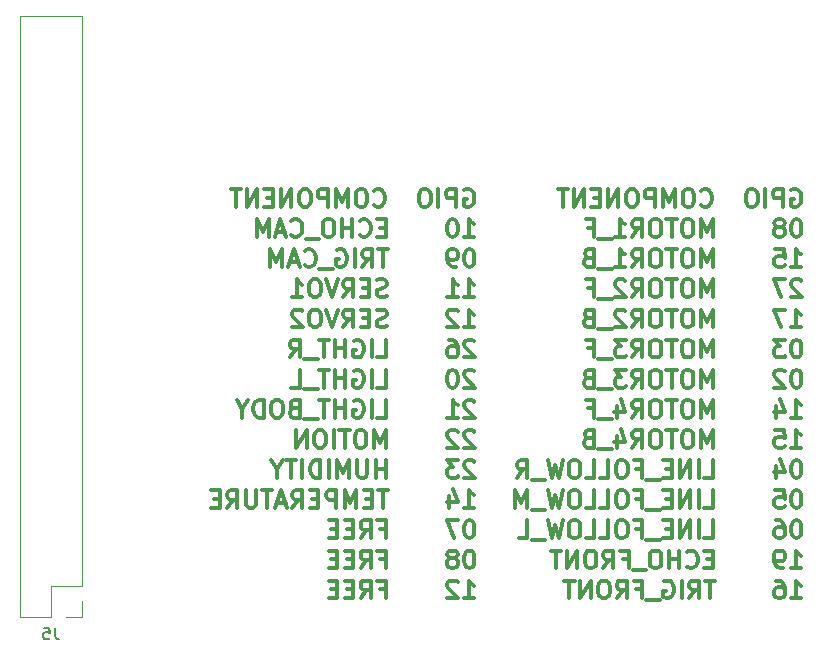
<source format=gbr>
G04 #@! TF.GenerationSoftware,KiCad,Pcbnew,5.1.5+dfsg1-2build2*
G04 #@! TF.CreationDate,2020-06-26T22:01:47+02:00*
G04 #@! TF.ProjectId,robo-car,726f626f-2d63-4617-922e-6b696361645f,rev?*
G04 #@! TF.SameCoordinates,Original*
G04 #@! TF.FileFunction,Legend,Bot*
G04 #@! TF.FilePolarity,Positive*
%FSLAX46Y46*%
G04 Gerber Fmt 4.6, Leading zero omitted, Abs format (unit mm)*
G04 Created by KiCad (PCBNEW 5.1.5+dfsg1-2build2) date 2020-06-26 22:01:47*
%MOMM*%
%LPD*%
G04 APERTURE LIST*
%ADD10C,0.300000*%
%ADD11C,0.120000*%
%ADD12C,0.150000*%
G04 APERTURE END LIST*
D10*
X51494142Y-21791000D02*
X51637000Y-21719571D01*
X51851285Y-21719571D01*
X52065571Y-21791000D01*
X52208428Y-21933857D01*
X52279857Y-22076714D01*
X52351285Y-22362428D01*
X52351285Y-22576714D01*
X52279857Y-22862428D01*
X52208428Y-23005285D01*
X52065571Y-23148142D01*
X51851285Y-23219571D01*
X51708428Y-23219571D01*
X51494142Y-23148142D01*
X51422714Y-23076714D01*
X51422714Y-22576714D01*
X51708428Y-22576714D01*
X50779857Y-23219571D02*
X50779857Y-21719571D01*
X50208428Y-21719571D01*
X50065571Y-21791000D01*
X49994142Y-21862428D01*
X49922714Y-22005285D01*
X49922714Y-22219571D01*
X49994142Y-22362428D01*
X50065571Y-22433857D01*
X50208428Y-22505285D01*
X50779857Y-22505285D01*
X49279857Y-23219571D02*
X49279857Y-21719571D01*
X48279857Y-21719571D02*
X47994142Y-21719571D01*
X47851285Y-21791000D01*
X47708428Y-21933857D01*
X47637000Y-22219571D01*
X47637000Y-22719571D01*
X47708428Y-23005285D01*
X47851285Y-23148142D01*
X47994142Y-23219571D01*
X48279857Y-23219571D01*
X48422714Y-23148142D01*
X48565571Y-23005285D01*
X48637000Y-22719571D01*
X48637000Y-22219571D01*
X48565571Y-21933857D01*
X48422714Y-21791000D01*
X48279857Y-21719571D01*
X43851285Y-23076714D02*
X43922714Y-23148142D01*
X44137000Y-23219571D01*
X44279857Y-23219571D01*
X44494142Y-23148142D01*
X44637000Y-23005285D01*
X44708428Y-22862428D01*
X44779857Y-22576714D01*
X44779857Y-22362428D01*
X44708428Y-22076714D01*
X44637000Y-21933857D01*
X44494142Y-21791000D01*
X44279857Y-21719571D01*
X44137000Y-21719571D01*
X43922714Y-21791000D01*
X43851285Y-21862428D01*
X42922714Y-21719571D02*
X42637000Y-21719571D01*
X42494142Y-21791000D01*
X42351285Y-21933857D01*
X42279857Y-22219571D01*
X42279857Y-22719571D01*
X42351285Y-23005285D01*
X42494142Y-23148142D01*
X42637000Y-23219571D01*
X42922714Y-23219571D01*
X43065571Y-23148142D01*
X43208428Y-23005285D01*
X43279857Y-22719571D01*
X43279857Y-22219571D01*
X43208428Y-21933857D01*
X43065571Y-21791000D01*
X42922714Y-21719571D01*
X41637000Y-23219571D02*
X41637000Y-21719571D01*
X41137000Y-22791000D01*
X40637000Y-21719571D01*
X40637000Y-23219571D01*
X39922714Y-23219571D02*
X39922714Y-21719571D01*
X39351285Y-21719571D01*
X39208428Y-21791000D01*
X39137000Y-21862428D01*
X39065571Y-22005285D01*
X39065571Y-22219571D01*
X39137000Y-22362428D01*
X39208428Y-22433857D01*
X39351285Y-22505285D01*
X39922714Y-22505285D01*
X38137000Y-21719571D02*
X37851285Y-21719571D01*
X37708428Y-21791000D01*
X37565571Y-21933857D01*
X37494142Y-22219571D01*
X37494142Y-22719571D01*
X37565571Y-23005285D01*
X37708428Y-23148142D01*
X37851285Y-23219571D01*
X38137000Y-23219571D01*
X38279857Y-23148142D01*
X38422714Y-23005285D01*
X38494142Y-22719571D01*
X38494142Y-22219571D01*
X38422714Y-21933857D01*
X38279857Y-21791000D01*
X38137000Y-21719571D01*
X36851285Y-23219571D02*
X36851285Y-21719571D01*
X35994142Y-23219571D01*
X35994142Y-21719571D01*
X35279857Y-22433857D02*
X34779857Y-22433857D01*
X34565571Y-23219571D02*
X35279857Y-23219571D01*
X35279857Y-21719571D01*
X34565571Y-21719571D01*
X33922714Y-23219571D02*
X33922714Y-21719571D01*
X33065571Y-23219571D01*
X33065571Y-21719571D01*
X32565571Y-21719571D02*
X31708428Y-21719571D01*
X32137000Y-23219571D02*
X32137000Y-21719571D01*
X51494142Y-25769571D02*
X52351285Y-25769571D01*
X51922714Y-25769571D02*
X51922714Y-24269571D01*
X52065571Y-24483857D01*
X52208428Y-24626714D01*
X52351285Y-24698142D01*
X50565571Y-24269571D02*
X50422714Y-24269571D01*
X50279857Y-24341000D01*
X50208428Y-24412428D01*
X50137000Y-24555285D01*
X50065571Y-24841000D01*
X50065571Y-25198142D01*
X50137000Y-25483857D01*
X50208428Y-25626714D01*
X50279857Y-25698142D01*
X50422714Y-25769571D01*
X50565571Y-25769571D01*
X50708428Y-25698142D01*
X50779857Y-25626714D01*
X50851285Y-25483857D01*
X50922714Y-25198142D01*
X50922714Y-24841000D01*
X50851285Y-24555285D01*
X50779857Y-24412428D01*
X50708428Y-24341000D01*
X50565571Y-24269571D01*
X44851285Y-24983857D02*
X44351285Y-24983857D01*
X44137000Y-25769571D02*
X44851285Y-25769571D01*
X44851285Y-24269571D01*
X44137000Y-24269571D01*
X42637000Y-25626714D02*
X42708428Y-25698142D01*
X42922714Y-25769571D01*
X43065571Y-25769571D01*
X43279857Y-25698142D01*
X43422714Y-25555285D01*
X43494142Y-25412428D01*
X43565571Y-25126714D01*
X43565571Y-24912428D01*
X43494142Y-24626714D01*
X43422714Y-24483857D01*
X43279857Y-24341000D01*
X43065571Y-24269571D01*
X42922714Y-24269571D01*
X42708428Y-24341000D01*
X42637000Y-24412428D01*
X41994142Y-25769571D02*
X41994142Y-24269571D01*
X41994142Y-24983857D02*
X41137000Y-24983857D01*
X41137000Y-25769571D02*
X41137000Y-24269571D01*
X40137000Y-24269571D02*
X39851285Y-24269571D01*
X39708428Y-24341000D01*
X39565571Y-24483857D01*
X39494142Y-24769571D01*
X39494142Y-25269571D01*
X39565571Y-25555285D01*
X39708428Y-25698142D01*
X39851285Y-25769571D01*
X40137000Y-25769571D01*
X40279857Y-25698142D01*
X40422714Y-25555285D01*
X40494142Y-25269571D01*
X40494142Y-24769571D01*
X40422714Y-24483857D01*
X40279857Y-24341000D01*
X40137000Y-24269571D01*
X39208428Y-25912428D02*
X38065571Y-25912428D01*
X36851285Y-25626714D02*
X36922714Y-25698142D01*
X37137000Y-25769571D01*
X37279857Y-25769571D01*
X37494142Y-25698142D01*
X37637000Y-25555285D01*
X37708428Y-25412428D01*
X37779857Y-25126714D01*
X37779857Y-24912428D01*
X37708428Y-24626714D01*
X37637000Y-24483857D01*
X37494142Y-24341000D01*
X37279857Y-24269571D01*
X37137000Y-24269571D01*
X36922714Y-24341000D01*
X36851285Y-24412428D01*
X36279857Y-25341000D02*
X35565571Y-25341000D01*
X36422714Y-25769571D02*
X35922714Y-24269571D01*
X35422714Y-25769571D01*
X34922714Y-25769571D02*
X34922714Y-24269571D01*
X34422714Y-25341000D01*
X33922714Y-24269571D01*
X33922714Y-25769571D01*
X51994142Y-26819571D02*
X51851285Y-26819571D01*
X51708428Y-26891000D01*
X51637000Y-26962428D01*
X51565571Y-27105285D01*
X51494142Y-27391000D01*
X51494142Y-27748142D01*
X51565571Y-28033857D01*
X51637000Y-28176714D01*
X51708428Y-28248142D01*
X51851285Y-28319571D01*
X51994142Y-28319571D01*
X52137000Y-28248142D01*
X52208428Y-28176714D01*
X52279857Y-28033857D01*
X52351285Y-27748142D01*
X52351285Y-27391000D01*
X52279857Y-27105285D01*
X52208428Y-26962428D01*
X52137000Y-26891000D01*
X51994142Y-26819571D01*
X50779857Y-28319571D02*
X50494142Y-28319571D01*
X50351285Y-28248142D01*
X50279857Y-28176714D01*
X50137000Y-27962428D01*
X50065571Y-27676714D01*
X50065571Y-27105285D01*
X50137000Y-26962428D01*
X50208428Y-26891000D01*
X50351285Y-26819571D01*
X50637000Y-26819571D01*
X50779857Y-26891000D01*
X50851285Y-26962428D01*
X50922714Y-27105285D01*
X50922714Y-27462428D01*
X50851285Y-27605285D01*
X50779857Y-27676714D01*
X50637000Y-27748142D01*
X50351285Y-27748142D01*
X50208428Y-27676714D01*
X50137000Y-27605285D01*
X50065571Y-27462428D01*
X45065571Y-26819571D02*
X44208428Y-26819571D01*
X44637000Y-28319571D02*
X44637000Y-26819571D01*
X42851285Y-28319571D02*
X43351285Y-27605285D01*
X43708428Y-28319571D02*
X43708428Y-26819571D01*
X43137000Y-26819571D01*
X42994142Y-26891000D01*
X42922714Y-26962428D01*
X42851285Y-27105285D01*
X42851285Y-27319571D01*
X42922714Y-27462428D01*
X42994142Y-27533857D01*
X43137000Y-27605285D01*
X43708428Y-27605285D01*
X42208428Y-28319571D02*
X42208428Y-26819571D01*
X40708428Y-26891000D02*
X40851285Y-26819571D01*
X41065571Y-26819571D01*
X41279857Y-26891000D01*
X41422714Y-27033857D01*
X41494142Y-27176714D01*
X41565571Y-27462428D01*
X41565571Y-27676714D01*
X41494142Y-27962428D01*
X41422714Y-28105285D01*
X41279857Y-28248142D01*
X41065571Y-28319571D01*
X40922714Y-28319571D01*
X40708428Y-28248142D01*
X40637000Y-28176714D01*
X40637000Y-27676714D01*
X40922714Y-27676714D01*
X40351285Y-28462428D02*
X39208428Y-28462428D01*
X37994142Y-28176714D02*
X38065571Y-28248142D01*
X38279857Y-28319571D01*
X38422714Y-28319571D01*
X38637000Y-28248142D01*
X38779857Y-28105285D01*
X38851285Y-27962428D01*
X38922714Y-27676714D01*
X38922714Y-27462428D01*
X38851285Y-27176714D01*
X38779857Y-27033857D01*
X38637000Y-26891000D01*
X38422714Y-26819571D01*
X38279857Y-26819571D01*
X38065571Y-26891000D01*
X37994142Y-26962428D01*
X37422714Y-27891000D02*
X36708428Y-27891000D01*
X37565571Y-28319571D02*
X37065571Y-26819571D01*
X36565571Y-28319571D01*
X36065571Y-28319571D02*
X36065571Y-26819571D01*
X35565571Y-27891000D01*
X35065571Y-26819571D01*
X35065571Y-28319571D01*
X51494142Y-30869571D02*
X52351285Y-30869571D01*
X51922714Y-30869571D02*
X51922714Y-29369571D01*
X52065571Y-29583857D01*
X52208428Y-29726714D01*
X52351285Y-29798142D01*
X50065571Y-30869571D02*
X50922714Y-30869571D01*
X50494142Y-30869571D02*
X50494142Y-29369571D01*
X50637000Y-29583857D01*
X50779857Y-29726714D01*
X50922714Y-29798142D01*
X44922714Y-30798142D02*
X44708428Y-30869571D01*
X44351285Y-30869571D01*
X44208428Y-30798142D01*
X44137000Y-30726714D01*
X44065571Y-30583857D01*
X44065571Y-30441000D01*
X44137000Y-30298142D01*
X44208428Y-30226714D01*
X44351285Y-30155285D01*
X44637000Y-30083857D01*
X44779857Y-30012428D01*
X44851285Y-29941000D01*
X44922714Y-29798142D01*
X44922714Y-29655285D01*
X44851285Y-29512428D01*
X44779857Y-29441000D01*
X44637000Y-29369571D01*
X44279857Y-29369571D01*
X44065571Y-29441000D01*
X43422714Y-30083857D02*
X42922714Y-30083857D01*
X42708428Y-30869571D02*
X43422714Y-30869571D01*
X43422714Y-29369571D01*
X42708428Y-29369571D01*
X41208428Y-30869571D02*
X41708428Y-30155285D01*
X42065571Y-30869571D02*
X42065571Y-29369571D01*
X41494142Y-29369571D01*
X41351285Y-29441000D01*
X41279857Y-29512428D01*
X41208428Y-29655285D01*
X41208428Y-29869571D01*
X41279857Y-30012428D01*
X41351285Y-30083857D01*
X41494142Y-30155285D01*
X42065571Y-30155285D01*
X40779857Y-29369571D02*
X40279857Y-30869571D01*
X39779857Y-29369571D01*
X38994142Y-29369571D02*
X38708428Y-29369571D01*
X38565571Y-29441000D01*
X38422714Y-29583857D01*
X38351285Y-29869571D01*
X38351285Y-30369571D01*
X38422714Y-30655285D01*
X38565571Y-30798142D01*
X38708428Y-30869571D01*
X38994142Y-30869571D01*
X39137000Y-30798142D01*
X39279857Y-30655285D01*
X39351285Y-30369571D01*
X39351285Y-29869571D01*
X39279857Y-29583857D01*
X39137000Y-29441000D01*
X38994142Y-29369571D01*
X36922714Y-30869571D02*
X37779857Y-30869571D01*
X37351285Y-30869571D02*
X37351285Y-29369571D01*
X37494142Y-29583857D01*
X37637000Y-29726714D01*
X37779857Y-29798142D01*
X51494142Y-33419571D02*
X52351285Y-33419571D01*
X51922714Y-33419571D02*
X51922714Y-31919571D01*
X52065571Y-32133857D01*
X52208428Y-32276714D01*
X52351285Y-32348142D01*
X50922714Y-32062428D02*
X50851285Y-31991000D01*
X50708428Y-31919571D01*
X50351285Y-31919571D01*
X50208428Y-31991000D01*
X50137000Y-32062428D01*
X50065571Y-32205285D01*
X50065571Y-32348142D01*
X50137000Y-32562428D01*
X50994142Y-33419571D01*
X50065571Y-33419571D01*
X44922714Y-33348142D02*
X44708428Y-33419571D01*
X44351285Y-33419571D01*
X44208428Y-33348142D01*
X44137000Y-33276714D01*
X44065571Y-33133857D01*
X44065571Y-32991000D01*
X44137000Y-32848142D01*
X44208428Y-32776714D01*
X44351285Y-32705285D01*
X44637000Y-32633857D01*
X44779857Y-32562428D01*
X44851285Y-32491000D01*
X44922714Y-32348142D01*
X44922714Y-32205285D01*
X44851285Y-32062428D01*
X44779857Y-31991000D01*
X44637000Y-31919571D01*
X44279857Y-31919571D01*
X44065571Y-31991000D01*
X43422714Y-32633857D02*
X42922714Y-32633857D01*
X42708428Y-33419571D02*
X43422714Y-33419571D01*
X43422714Y-31919571D01*
X42708428Y-31919571D01*
X41208428Y-33419571D02*
X41708428Y-32705285D01*
X42065571Y-33419571D02*
X42065571Y-31919571D01*
X41494142Y-31919571D01*
X41351285Y-31991000D01*
X41279857Y-32062428D01*
X41208428Y-32205285D01*
X41208428Y-32419571D01*
X41279857Y-32562428D01*
X41351285Y-32633857D01*
X41494142Y-32705285D01*
X42065571Y-32705285D01*
X40779857Y-31919571D02*
X40279857Y-33419571D01*
X39779857Y-31919571D01*
X38994142Y-31919571D02*
X38708428Y-31919571D01*
X38565571Y-31991000D01*
X38422714Y-32133857D01*
X38351285Y-32419571D01*
X38351285Y-32919571D01*
X38422714Y-33205285D01*
X38565571Y-33348142D01*
X38708428Y-33419571D01*
X38994142Y-33419571D01*
X39137000Y-33348142D01*
X39279857Y-33205285D01*
X39351285Y-32919571D01*
X39351285Y-32419571D01*
X39279857Y-32133857D01*
X39137000Y-31991000D01*
X38994142Y-31919571D01*
X37779857Y-32062428D02*
X37708428Y-31991000D01*
X37565571Y-31919571D01*
X37208428Y-31919571D01*
X37065571Y-31991000D01*
X36994142Y-32062428D01*
X36922714Y-32205285D01*
X36922714Y-32348142D01*
X36994142Y-32562428D01*
X37851285Y-33419571D01*
X36922714Y-33419571D01*
X52351285Y-34612428D02*
X52279857Y-34541000D01*
X52137000Y-34469571D01*
X51779857Y-34469571D01*
X51637000Y-34541000D01*
X51565571Y-34612428D01*
X51494142Y-34755285D01*
X51494142Y-34898142D01*
X51565571Y-35112428D01*
X52422714Y-35969571D01*
X51494142Y-35969571D01*
X50208428Y-34469571D02*
X50494142Y-34469571D01*
X50637000Y-34541000D01*
X50708428Y-34612428D01*
X50851285Y-34826714D01*
X50922714Y-35112428D01*
X50922714Y-35683857D01*
X50851285Y-35826714D01*
X50779857Y-35898142D01*
X50637000Y-35969571D01*
X50351285Y-35969571D01*
X50208428Y-35898142D01*
X50137000Y-35826714D01*
X50065571Y-35683857D01*
X50065571Y-35326714D01*
X50137000Y-35183857D01*
X50208428Y-35112428D01*
X50351285Y-35041000D01*
X50637000Y-35041000D01*
X50779857Y-35112428D01*
X50851285Y-35183857D01*
X50922714Y-35326714D01*
X44137000Y-35969571D02*
X44851285Y-35969571D01*
X44851285Y-34469571D01*
X43637000Y-35969571D02*
X43637000Y-34469571D01*
X42137000Y-34541000D02*
X42279857Y-34469571D01*
X42494142Y-34469571D01*
X42708428Y-34541000D01*
X42851285Y-34683857D01*
X42922714Y-34826714D01*
X42994142Y-35112428D01*
X42994142Y-35326714D01*
X42922714Y-35612428D01*
X42851285Y-35755285D01*
X42708428Y-35898142D01*
X42494142Y-35969571D01*
X42351285Y-35969571D01*
X42137000Y-35898142D01*
X42065571Y-35826714D01*
X42065571Y-35326714D01*
X42351285Y-35326714D01*
X41422714Y-35969571D02*
X41422714Y-34469571D01*
X41422714Y-35183857D02*
X40565571Y-35183857D01*
X40565571Y-35969571D02*
X40565571Y-34469571D01*
X40065571Y-34469571D02*
X39208428Y-34469571D01*
X39637000Y-35969571D02*
X39637000Y-34469571D01*
X39065571Y-36112428D02*
X37922714Y-36112428D01*
X36708428Y-35969571D02*
X37208428Y-35255285D01*
X37565571Y-35969571D02*
X37565571Y-34469571D01*
X36994142Y-34469571D01*
X36851285Y-34541000D01*
X36779857Y-34612428D01*
X36708428Y-34755285D01*
X36708428Y-34969571D01*
X36779857Y-35112428D01*
X36851285Y-35183857D01*
X36994142Y-35255285D01*
X37565571Y-35255285D01*
X52351285Y-37162428D02*
X52279857Y-37091000D01*
X52137000Y-37019571D01*
X51779857Y-37019571D01*
X51637000Y-37091000D01*
X51565571Y-37162428D01*
X51494142Y-37305285D01*
X51494142Y-37448142D01*
X51565571Y-37662428D01*
X52422714Y-38519571D01*
X51494142Y-38519571D01*
X50565571Y-37019571D02*
X50422714Y-37019571D01*
X50279857Y-37091000D01*
X50208428Y-37162428D01*
X50137000Y-37305285D01*
X50065571Y-37591000D01*
X50065571Y-37948142D01*
X50137000Y-38233857D01*
X50208428Y-38376714D01*
X50279857Y-38448142D01*
X50422714Y-38519571D01*
X50565571Y-38519571D01*
X50708428Y-38448142D01*
X50779857Y-38376714D01*
X50851285Y-38233857D01*
X50922714Y-37948142D01*
X50922714Y-37591000D01*
X50851285Y-37305285D01*
X50779857Y-37162428D01*
X50708428Y-37091000D01*
X50565571Y-37019571D01*
X44137000Y-38519571D02*
X44851285Y-38519571D01*
X44851285Y-37019571D01*
X43637000Y-38519571D02*
X43637000Y-37019571D01*
X42137000Y-37091000D02*
X42279857Y-37019571D01*
X42494142Y-37019571D01*
X42708428Y-37091000D01*
X42851285Y-37233857D01*
X42922714Y-37376714D01*
X42994142Y-37662428D01*
X42994142Y-37876714D01*
X42922714Y-38162428D01*
X42851285Y-38305285D01*
X42708428Y-38448142D01*
X42494142Y-38519571D01*
X42351285Y-38519571D01*
X42137000Y-38448142D01*
X42065571Y-38376714D01*
X42065571Y-37876714D01*
X42351285Y-37876714D01*
X41422714Y-38519571D02*
X41422714Y-37019571D01*
X41422714Y-37733857D02*
X40565571Y-37733857D01*
X40565571Y-38519571D02*
X40565571Y-37019571D01*
X40065571Y-37019571D02*
X39208428Y-37019571D01*
X39637000Y-38519571D02*
X39637000Y-37019571D01*
X39065571Y-38662428D02*
X37922714Y-38662428D01*
X36851285Y-38519571D02*
X37565571Y-38519571D01*
X37565571Y-37019571D01*
X52351285Y-39712428D02*
X52279857Y-39641000D01*
X52137000Y-39569571D01*
X51779857Y-39569571D01*
X51637000Y-39641000D01*
X51565571Y-39712428D01*
X51494142Y-39855285D01*
X51494142Y-39998142D01*
X51565571Y-40212428D01*
X52422714Y-41069571D01*
X51494142Y-41069571D01*
X50065571Y-41069571D02*
X50922714Y-41069571D01*
X50494142Y-41069571D02*
X50494142Y-39569571D01*
X50637000Y-39783857D01*
X50779857Y-39926714D01*
X50922714Y-39998142D01*
X44137000Y-41069571D02*
X44851285Y-41069571D01*
X44851285Y-39569571D01*
X43637000Y-41069571D02*
X43637000Y-39569571D01*
X42137000Y-39641000D02*
X42279857Y-39569571D01*
X42494142Y-39569571D01*
X42708428Y-39641000D01*
X42851285Y-39783857D01*
X42922714Y-39926714D01*
X42994142Y-40212428D01*
X42994142Y-40426714D01*
X42922714Y-40712428D01*
X42851285Y-40855285D01*
X42708428Y-40998142D01*
X42494142Y-41069571D01*
X42351285Y-41069571D01*
X42137000Y-40998142D01*
X42065571Y-40926714D01*
X42065571Y-40426714D01*
X42351285Y-40426714D01*
X41422714Y-41069571D02*
X41422714Y-39569571D01*
X41422714Y-40283857D02*
X40565571Y-40283857D01*
X40565571Y-41069571D02*
X40565571Y-39569571D01*
X40065571Y-39569571D02*
X39208428Y-39569571D01*
X39637000Y-41069571D02*
X39637000Y-39569571D01*
X39065571Y-41212428D02*
X37922714Y-41212428D01*
X37065571Y-40283857D02*
X36851285Y-40355285D01*
X36779857Y-40426714D01*
X36708428Y-40569571D01*
X36708428Y-40783857D01*
X36779857Y-40926714D01*
X36851285Y-40998142D01*
X36994142Y-41069571D01*
X37565571Y-41069571D01*
X37565571Y-39569571D01*
X37065571Y-39569571D01*
X36922714Y-39641000D01*
X36851285Y-39712428D01*
X36779857Y-39855285D01*
X36779857Y-39998142D01*
X36851285Y-40141000D01*
X36922714Y-40212428D01*
X37065571Y-40283857D01*
X37565571Y-40283857D01*
X35779857Y-39569571D02*
X35494142Y-39569571D01*
X35351285Y-39641000D01*
X35208428Y-39783857D01*
X35137000Y-40069571D01*
X35137000Y-40569571D01*
X35208428Y-40855285D01*
X35351285Y-40998142D01*
X35494142Y-41069571D01*
X35779857Y-41069571D01*
X35922714Y-40998142D01*
X36065571Y-40855285D01*
X36137000Y-40569571D01*
X36137000Y-40069571D01*
X36065571Y-39783857D01*
X35922714Y-39641000D01*
X35779857Y-39569571D01*
X34494142Y-41069571D02*
X34494142Y-39569571D01*
X34137000Y-39569571D01*
X33922714Y-39641000D01*
X33779857Y-39783857D01*
X33708428Y-39926714D01*
X33637000Y-40212428D01*
X33637000Y-40426714D01*
X33708428Y-40712428D01*
X33779857Y-40855285D01*
X33922714Y-40998142D01*
X34137000Y-41069571D01*
X34494142Y-41069571D01*
X32708428Y-40355285D02*
X32708428Y-41069571D01*
X33208428Y-39569571D02*
X32708428Y-40355285D01*
X32208428Y-39569571D01*
X52351285Y-42262428D02*
X52279857Y-42191000D01*
X52137000Y-42119571D01*
X51779857Y-42119571D01*
X51637000Y-42191000D01*
X51565571Y-42262428D01*
X51494142Y-42405285D01*
X51494142Y-42548142D01*
X51565571Y-42762428D01*
X52422714Y-43619571D01*
X51494142Y-43619571D01*
X50922714Y-42262428D02*
X50851285Y-42191000D01*
X50708428Y-42119571D01*
X50351285Y-42119571D01*
X50208428Y-42191000D01*
X50137000Y-42262428D01*
X50065571Y-42405285D01*
X50065571Y-42548142D01*
X50137000Y-42762428D01*
X50994142Y-43619571D01*
X50065571Y-43619571D01*
X44851285Y-43619571D02*
X44851285Y-42119571D01*
X44351285Y-43191000D01*
X43851285Y-42119571D01*
X43851285Y-43619571D01*
X42851285Y-42119571D02*
X42565571Y-42119571D01*
X42422714Y-42191000D01*
X42279857Y-42333857D01*
X42208428Y-42619571D01*
X42208428Y-43119571D01*
X42279857Y-43405285D01*
X42422714Y-43548142D01*
X42565571Y-43619571D01*
X42851285Y-43619571D01*
X42994142Y-43548142D01*
X43137000Y-43405285D01*
X43208428Y-43119571D01*
X43208428Y-42619571D01*
X43137000Y-42333857D01*
X42994142Y-42191000D01*
X42851285Y-42119571D01*
X41779857Y-42119571D02*
X40922714Y-42119571D01*
X41351285Y-43619571D02*
X41351285Y-42119571D01*
X40422714Y-43619571D02*
X40422714Y-42119571D01*
X39422714Y-42119571D02*
X39137000Y-42119571D01*
X38994142Y-42191000D01*
X38851285Y-42333857D01*
X38779857Y-42619571D01*
X38779857Y-43119571D01*
X38851285Y-43405285D01*
X38994142Y-43548142D01*
X39137000Y-43619571D01*
X39422714Y-43619571D01*
X39565571Y-43548142D01*
X39708428Y-43405285D01*
X39779857Y-43119571D01*
X39779857Y-42619571D01*
X39708428Y-42333857D01*
X39565571Y-42191000D01*
X39422714Y-42119571D01*
X38137000Y-43619571D02*
X38137000Y-42119571D01*
X37279857Y-43619571D01*
X37279857Y-42119571D01*
X52351285Y-44812428D02*
X52279857Y-44741000D01*
X52137000Y-44669571D01*
X51779857Y-44669571D01*
X51637000Y-44741000D01*
X51565571Y-44812428D01*
X51494142Y-44955285D01*
X51494142Y-45098142D01*
X51565571Y-45312428D01*
X52422714Y-46169571D01*
X51494142Y-46169571D01*
X50994142Y-44669571D02*
X50065571Y-44669571D01*
X50565571Y-45241000D01*
X50351285Y-45241000D01*
X50208428Y-45312428D01*
X50137000Y-45383857D01*
X50065571Y-45526714D01*
X50065571Y-45883857D01*
X50137000Y-46026714D01*
X50208428Y-46098142D01*
X50351285Y-46169571D01*
X50779857Y-46169571D01*
X50922714Y-46098142D01*
X50994142Y-46026714D01*
X44851285Y-46169571D02*
X44851285Y-44669571D01*
X44851285Y-45383857D02*
X43994142Y-45383857D01*
X43994142Y-46169571D02*
X43994142Y-44669571D01*
X43279857Y-44669571D02*
X43279857Y-45883857D01*
X43208428Y-46026714D01*
X43137000Y-46098142D01*
X42994142Y-46169571D01*
X42708428Y-46169571D01*
X42565571Y-46098142D01*
X42494142Y-46026714D01*
X42422714Y-45883857D01*
X42422714Y-44669571D01*
X41708428Y-46169571D02*
X41708428Y-44669571D01*
X41208428Y-45741000D01*
X40708428Y-44669571D01*
X40708428Y-46169571D01*
X39994142Y-46169571D02*
X39994142Y-44669571D01*
X39279857Y-46169571D02*
X39279857Y-44669571D01*
X38922714Y-44669571D01*
X38708428Y-44741000D01*
X38565571Y-44883857D01*
X38494142Y-45026714D01*
X38422714Y-45312428D01*
X38422714Y-45526714D01*
X38494142Y-45812428D01*
X38565571Y-45955285D01*
X38708428Y-46098142D01*
X38922714Y-46169571D01*
X39279857Y-46169571D01*
X37779857Y-46169571D02*
X37779857Y-44669571D01*
X37279857Y-44669571D02*
X36422714Y-44669571D01*
X36851285Y-46169571D02*
X36851285Y-44669571D01*
X35637000Y-45455285D02*
X35637000Y-46169571D01*
X36137000Y-44669571D02*
X35637000Y-45455285D01*
X35137000Y-44669571D01*
X51494142Y-48719571D02*
X52351285Y-48719571D01*
X51922714Y-48719571D02*
X51922714Y-47219571D01*
X52065571Y-47433857D01*
X52208428Y-47576714D01*
X52351285Y-47648142D01*
X50208428Y-47719571D02*
X50208428Y-48719571D01*
X50565571Y-47148142D02*
X50922714Y-48219571D01*
X49994142Y-48219571D01*
X45065571Y-47219571D02*
X44208428Y-47219571D01*
X44637000Y-48719571D02*
X44637000Y-47219571D01*
X43708428Y-47933857D02*
X43208428Y-47933857D01*
X42994142Y-48719571D02*
X43708428Y-48719571D01*
X43708428Y-47219571D01*
X42994142Y-47219571D01*
X42351285Y-48719571D02*
X42351285Y-47219571D01*
X41851285Y-48291000D01*
X41351285Y-47219571D01*
X41351285Y-48719571D01*
X40637000Y-48719571D02*
X40637000Y-47219571D01*
X40065571Y-47219571D01*
X39922714Y-47291000D01*
X39851285Y-47362428D01*
X39779857Y-47505285D01*
X39779857Y-47719571D01*
X39851285Y-47862428D01*
X39922714Y-47933857D01*
X40065571Y-48005285D01*
X40637000Y-48005285D01*
X39137000Y-47933857D02*
X38637000Y-47933857D01*
X38422714Y-48719571D02*
X39137000Y-48719571D01*
X39137000Y-47219571D01*
X38422714Y-47219571D01*
X36922714Y-48719571D02*
X37422714Y-48005285D01*
X37779857Y-48719571D02*
X37779857Y-47219571D01*
X37208428Y-47219571D01*
X37065571Y-47291000D01*
X36994142Y-47362428D01*
X36922714Y-47505285D01*
X36922714Y-47719571D01*
X36994142Y-47862428D01*
X37065571Y-47933857D01*
X37208428Y-48005285D01*
X37779857Y-48005285D01*
X36351285Y-48291000D02*
X35637000Y-48291000D01*
X36494142Y-48719571D02*
X35994142Y-47219571D01*
X35494142Y-48719571D01*
X35208428Y-47219571D02*
X34351285Y-47219571D01*
X34779857Y-48719571D02*
X34779857Y-47219571D01*
X33851285Y-47219571D02*
X33851285Y-48433857D01*
X33779857Y-48576714D01*
X33708428Y-48648142D01*
X33565571Y-48719571D01*
X33279857Y-48719571D01*
X33137000Y-48648142D01*
X33065571Y-48576714D01*
X32994142Y-48433857D01*
X32994142Y-47219571D01*
X31422714Y-48719571D02*
X31922714Y-48005285D01*
X32279857Y-48719571D02*
X32279857Y-47219571D01*
X31708428Y-47219571D01*
X31565571Y-47291000D01*
X31494142Y-47362428D01*
X31422714Y-47505285D01*
X31422714Y-47719571D01*
X31494142Y-47862428D01*
X31565571Y-47933857D01*
X31708428Y-48005285D01*
X32279857Y-48005285D01*
X30779857Y-47933857D02*
X30279857Y-47933857D01*
X30065571Y-48719571D02*
X30779857Y-48719571D01*
X30779857Y-47219571D01*
X30065571Y-47219571D01*
X51994142Y-49769571D02*
X51851285Y-49769571D01*
X51708428Y-49841000D01*
X51637000Y-49912428D01*
X51565571Y-50055285D01*
X51494142Y-50341000D01*
X51494142Y-50698142D01*
X51565571Y-50983857D01*
X51637000Y-51126714D01*
X51708428Y-51198142D01*
X51851285Y-51269571D01*
X51994142Y-51269571D01*
X52137000Y-51198142D01*
X52208428Y-51126714D01*
X52279857Y-50983857D01*
X52351285Y-50698142D01*
X52351285Y-50341000D01*
X52279857Y-50055285D01*
X52208428Y-49912428D01*
X52137000Y-49841000D01*
X51994142Y-49769571D01*
X50994142Y-49769571D02*
X49994142Y-49769571D01*
X50637000Y-51269571D01*
X44351285Y-50483857D02*
X44851285Y-50483857D01*
X44851285Y-51269571D02*
X44851285Y-49769571D01*
X44137000Y-49769571D01*
X42708428Y-51269571D02*
X43208428Y-50555285D01*
X43565571Y-51269571D02*
X43565571Y-49769571D01*
X42994142Y-49769571D01*
X42851285Y-49841000D01*
X42779857Y-49912428D01*
X42708428Y-50055285D01*
X42708428Y-50269571D01*
X42779857Y-50412428D01*
X42851285Y-50483857D01*
X42994142Y-50555285D01*
X43565571Y-50555285D01*
X42065571Y-50483857D02*
X41565571Y-50483857D01*
X41351285Y-51269571D02*
X42065571Y-51269571D01*
X42065571Y-49769571D01*
X41351285Y-49769571D01*
X40708428Y-50483857D02*
X40208428Y-50483857D01*
X39994142Y-51269571D02*
X40708428Y-51269571D01*
X40708428Y-49769571D01*
X39994142Y-49769571D01*
X51994142Y-52319571D02*
X51851285Y-52319571D01*
X51708428Y-52391000D01*
X51637000Y-52462428D01*
X51565571Y-52605285D01*
X51494142Y-52891000D01*
X51494142Y-53248142D01*
X51565571Y-53533857D01*
X51637000Y-53676714D01*
X51708428Y-53748142D01*
X51851285Y-53819571D01*
X51994142Y-53819571D01*
X52137000Y-53748142D01*
X52208428Y-53676714D01*
X52279857Y-53533857D01*
X52351285Y-53248142D01*
X52351285Y-52891000D01*
X52279857Y-52605285D01*
X52208428Y-52462428D01*
X52137000Y-52391000D01*
X51994142Y-52319571D01*
X50637000Y-52962428D02*
X50779857Y-52891000D01*
X50851285Y-52819571D01*
X50922714Y-52676714D01*
X50922714Y-52605285D01*
X50851285Y-52462428D01*
X50779857Y-52391000D01*
X50637000Y-52319571D01*
X50351285Y-52319571D01*
X50208428Y-52391000D01*
X50137000Y-52462428D01*
X50065571Y-52605285D01*
X50065571Y-52676714D01*
X50137000Y-52819571D01*
X50208428Y-52891000D01*
X50351285Y-52962428D01*
X50637000Y-52962428D01*
X50779857Y-53033857D01*
X50851285Y-53105285D01*
X50922714Y-53248142D01*
X50922714Y-53533857D01*
X50851285Y-53676714D01*
X50779857Y-53748142D01*
X50637000Y-53819571D01*
X50351285Y-53819571D01*
X50208428Y-53748142D01*
X50137000Y-53676714D01*
X50065571Y-53533857D01*
X50065571Y-53248142D01*
X50137000Y-53105285D01*
X50208428Y-53033857D01*
X50351285Y-52962428D01*
X44351285Y-53033857D02*
X44851285Y-53033857D01*
X44851285Y-53819571D02*
X44851285Y-52319571D01*
X44137000Y-52319571D01*
X42708428Y-53819571D02*
X43208428Y-53105285D01*
X43565571Y-53819571D02*
X43565571Y-52319571D01*
X42994142Y-52319571D01*
X42851285Y-52391000D01*
X42779857Y-52462428D01*
X42708428Y-52605285D01*
X42708428Y-52819571D01*
X42779857Y-52962428D01*
X42851285Y-53033857D01*
X42994142Y-53105285D01*
X43565571Y-53105285D01*
X42065571Y-53033857D02*
X41565571Y-53033857D01*
X41351285Y-53819571D02*
X42065571Y-53819571D01*
X42065571Y-52319571D01*
X41351285Y-52319571D01*
X40708428Y-53033857D02*
X40208428Y-53033857D01*
X39994142Y-53819571D02*
X40708428Y-53819571D01*
X40708428Y-52319571D01*
X39994142Y-52319571D01*
X51494142Y-56369571D02*
X52351285Y-56369571D01*
X51922714Y-56369571D02*
X51922714Y-54869571D01*
X52065571Y-55083857D01*
X52208428Y-55226714D01*
X52351285Y-55298142D01*
X50922714Y-55012428D02*
X50851285Y-54941000D01*
X50708428Y-54869571D01*
X50351285Y-54869571D01*
X50208428Y-54941000D01*
X50137000Y-55012428D01*
X50065571Y-55155285D01*
X50065571Y-55298142D01*
X50137000Y-55512428D01*
X50994142Y-56369571D01*
X50065571Y-56369571D01*
X44351285Y-55583857D02*
X44851285Y-55583857D01*
X44851285Y-56369571D02*
X44851285Y-54869571D01*
X44137000Y-54869571D01*
X42708428Y-56369571D02*
X43208428Y-55655285D01*
X43565571Y-56369571D02*
X43565571Y-54869571D01*
X42994142Y-54869571D01*
X42851285Y-54941000D01*
X42779857Y-55012428D01*
X42708428Y-55155285D01*
X42708428Y-55369571D01*
X42779857Y-55512428D01*
X42851285Y-55583857D01*
X42994142Y-55655285D01*
X43565571Y-55655285D01*
X42065571Y-55583857D02*
X41565571Y-55583857D01*
X41351285Y-56369571D02*
X42065571Y-56369571D01*
X42065571Y-54869571D01*
X41351285Y-54869571D01*
X40708428Y-55583857D02*
X40208428Y-55583857D01*
X39994142Y-56369571D02*
X40708428Y-56369571D01*
X40708428Y-54869571D01*
X39994142Y-54869571D01*
X79180142Y-21791000D02*
X79323000Y-21719571D01*
X79537285Y-21719571D01*
X79751571Y-21791000D01*
X79894428Y-21933857D01*
X79965857Y-22076714D01*
X80037285Y-22362428D01*
X80037285Y-22576714D01*
X79965857Y-22862428D01*
X79894428Y-23005285D01*
X79751571Y-23148142D01*
X79537285Y-23219571D01*
X79394428Y-23219571D01*
X79180142Y-23148142D01*
X79108714Y-23076714D01*
X79108714Y-22576714D01*
X79394428Y-22576714D01*
X78465857Y-23219571D02*
X78465857Y-21719571D01*
X77894428Y-21719571D01*
X77751571Y-21791000D01*
X77680142Y-21862428D01*
X77608714Y-22005285D01*
X77608714Y-22219571D01*
X77680142Y-22362428D01*
X77751571Y-22433857D01*
X77894428Y-22505285D01*
X78465857Y-22505285D01*
X76965857Y-23219571D02*
X76965857Y-21719571D01*
X75965857Y-21719571D02*
X75680142Y-21719571D01*
X75537285Y-21791000D01*
X75394428Y-21933857D01*
X75323000Y-22219571D01*
X75323000Y-22719571D01*
X75394428Y-23005285D01*
X75537285Y-23148142D01*
X75680142Y-23219571D01*
X75965857Y-23219571D01*
X76108714Y-23148142D01*
X76251571Y-23005285D01*
X76323000Y-22719571D01*
X76323000Y-22219571D01*
X76251571Y-21933857D01*
X76108714Y-21791000D01*
X75965857Y-21719571D01*
X71537285Y-23076714D02*
X71608714Y-23148142D01*
X71823000Y-23219571D01*
X71965857Y-23219571D01*
X72180142Y-23148142D01*
X72323000Y-23005285D01*
X72394428Y-22862428D01*
X72465857Y-22576714D01*
X72465857Y-22362428D01*
X72394428Y-22076714D01*
X72323000Y-21933857D01*
X72180142Y-21791000D01*
X71965857Y-21719571D01*
X71823000Y-21719571D01*
X71608714Y-21791000D01*
X71537285Y-21862428D01*
X70608714Y-21719571D02*
X70323000Y-21719571D01*
X70180142Y-21791000D01*
X70037285Y-21933857D01*
X69965857Y-22219571D01*
X69965857Y-22719571D01*
X70037285Y-23005285D01*
X70180142Y-23148142D01*
X70323000Y-23219571D01*
X70608714Y-23219571D01*
X70751571Y-23148142D01*
X70894428Y-23005285D01*
X70965857Y-22719571D01*
X70965857Y-22219571D01*
X70894428Y-21933857D01*
X70751571Y-21791000D01*
X70608714Y-21719571D01*
X69323000Y-23219571D02*
X69323000Y-21719571D01*
X68823000Y-22791000D01*
X68323000Y-21719571D01*
X68323000Y-23219571D01*
X67608714Y-23219571D02*
X67608714Y-21719571D01*
X67037285Y-21719571D01*
X66894428Y-21791000D01*
X66823000Y-21862428D01*
X66751571Y-22005285D01*
X66751571Y-22219571D01*
X66823000Y-22362428D01*
X66894428Y-22433857D01*
X67037285Y-22505285D01*
X67608714Y-22505285D01*
X65823000Y-21719571D02*
X65537285Y-21719571D01*
X65394428Y-21791000D01*
X65251571Y-21933857D01*
X65180142Y-22219571D01*
X65180142Y-22719571D01*
X65251571Y-23005285D01*
X65394428Y-23148142D01*
X65537285Y-23219571D01*
X65823000Y-23219571D01*
X65965857Y-23148142D01*
X66108714Y-23005285D01*
X66180142Y-22719571D01*
X66180142Y-22219571D01*
X66108714Y-21933857D01*
X65965857Y-21791000D01*
X65823000Y-21719571D01*
X64537285Y-23219571D02*
X64537285Y-21719571D01*
X63680142Y-23219571D01*
X63680142Y-21719571D01*
X62965857Y-22433857D02*
X62465857Y-22433857D01*
X62251571Y-23219571D02*
X62965857Y-23219571D01*
X62965857Y-21719571D01*
X62251571Y-21719571D01*
X61608714Y-23219571D02*
X61608714Y-21719571D01*
X60751571Y-23219571D01*
X60751571Y-21719571D01*
X60251571Y-21719571D02*
X59394428Y-21719571D01*
X59823000Y-23219571D02*
X59823000Y-21719571D01*
X79680142Y-24269571D02*
X79537285Y-24269571D01*
X79394428Y-24341000D01*
X79323000Y-24412428D01*
X79251571Y-24555285D01*
X79180142Y-24841000D01*
X79180142Y-25198142D01*
X79251571Y-25483857D01*
X79323000Y-25626714D01*
X79394428Y-25698142D01*
X79537285Y-25769571D01*
X79680142Y-25769571D01*
X79823000Y-25698142D01*
X79894428Y-25626714D01*
X79965857Y-25483857D01*
X80037285Y-25198142D01*
X80037285Y-24841000D01*
X79965857Y-24555285D01*
X79894428Y-24412428D01*
X79823000Y-24341000D01*
X79680142Y-24269571D01*
X78323000Y-24912428D02*
X78465857Y-24841000D01*
X78537285Y-24769571D01*
X78608714Y-24626714D01*
X78608714Y-24555285D01*
X78537285Y-24412428D01*
X78465857Y-24341000D01*
X78323000Y-24269571D01*
X78037285Y-24269571D01*
X77894428Y-24341000D01*
X77823000Y-24412428D01*
X77751571Y-24555285D01*
X77751571Y-24626714D01*
X77823000Y-24769571D01*
X77894428Y-24841000D01*
X78037285Y-24912428D01*
X78323000Y-24912428D01*
X78465857Y-24983857D01*
X78537285Y-25055285D01*
X78608714Y-25198142D01*
X78608714Y-25483857D01*
X78537285Y-25626714D01*
X78465857Y-25698142D01*
X78323000Y-25769571D01*
X78037285Y-25769571D01*
X77894428Y-25698142D01*
X77823000Y-25626714D01*
X77751571Y-25483857D01*
X77751571Y-25198142D01*
X77823000Y-25055285D01*
X77894428Y-24983857D01*
X78037285Y-24912428D01*
X72537285Y-25769571D02*
X72537285Y-24269571D01*
X72037285Y-25341000D01*
X71537285Y-24269571D01*
X71537285Y-25769571D01*
X70537285Y-24269571D02*
X70251571Y-24269571D01*
X70108714Y-24341000D01*
X69965857Y-24483857D01*
X69894428Y-24769571D01*
X69894428Y-25269571D01*
X69965857Y-25555285D01*
X70108714Y-25698142D01*
X70251571Y-25769571D01*
X70537285Y-25769571D01*
X70680142Y-25698142D01*
X70823000Y-25555285D01*
X70894428Y-25269571D01*
X70894428Y-24769571D01*
X70823000Y-24483857D01*
X70680142Y-24341000D01*
X70537285Y-24269571D01*
X69465857Y-24269571D02*
X68608714Y-24269571D01*
X69037285Y-25769571D02*
X69037285Y-24269571D01*
X67823000Y-24269571D02*
X67537285Y-24269571D01*
X67394428Y-24341000D01*
X67251571Y-24483857D01*
X67180142Y-24769571D01*
X67180142Y-25269571D01*
X67251571Y-25555285D01*
X67394428Y-25698142D01*
X67537285Y-25769571D01*
X67823000Y-25769571D01*
X67965857Y-25698142D01*
X68108714Y-25555285D01*
X68180142Y-25269571D01*
X68180142Y-24769571D01*
X68108714Y-24483857D01*
X67965857Y-24341000D01*
X67823000Y-24269571D01*
X65680142Y-25769571D02*
X66180142Y-25055285D01*
X66537285Y-25769571D02*
X66537285Y-24269571D01*
X65965857Y-24269571D01*
X65823000Y-24341000D01*
X65751571Y-24412428D01*
X65680142Y-24555285D01*
X65680142Y-24769571D01*
X65751571Y-24912428D01*
X65823000Y-24983857D01*
X65965857Y-25055285D01*
X66537285Y-25055285D01*
X64251571Y-25769571D02*
X65108714Y-25769571D01*
X64680142Y-25769571D02*
X64680142Y-24269571D01*
X64823000Y-24483857D01*
X64965857Y-24626714D01*
X65108714Y-24698142D01*
X63965857Y-25912428D02*
X62823000Y-25912428D01*
X61965857Y-24983857D02*
X62465857Y-24983857D01*
X62465857Y-25769571D02*
X62465857Y-24269571D01*
X61751571Y-24269571D01*
X79180142Y-28319571D02*
X80037285Y-28319571D01*
X79608714Y-28319571D02*
X79608714Y-26819571D01*
X79751571Y-27033857D01*
X79894428Y-27176714D01*
X80037285Y-27248142D01*
X77823000Y-26819571D02*
X78537285Y-26819571D01*
X78608714Y-27533857D01*
X78537285Y-27462428D01*
X78394428Y-27391000D01*
X78037285Y-27391000D01*
X77894428Y-27462428D01*
X77823000Y-27533857D01*
X77751571Y-27676714D01*
X77751571Y-28033857D01*
X77823000Y-28176714D01*
X77894428Y-28248142D01*
X78037285Y-28319571D01*
X78394428Y-28319571D01*
X78537285Y-28248142D01*
X78608714Y-28176714D01*
X72537285Y-28319571D02*
X72537285Y-26819571D01*
X72037285Y-27891000D01*
X71537285Y-26819571D01*
X71537285Y-28319571D01*
X70537285Y-26819571D02*
X70251571Y-26819571D01*
X70108714Y-26891000D01*
X69965857Y-27033857D01*
X69894428Y-27319571D01*
X69894428Y-27819571D01*
X69965857Y-28105285D01*
X70108714Y-28248142D01*
X70251571Y-28319571D01*
X70537285Y-28319571D01*
X70680142Y-28248142D01*
X70823000Y-28105285D01*
X70894428Y-27819571D01*
X70894428Y-27319571D01*
X70823000Y-27033857D01*
X70680142Y-26891000D01*
X70537285Y-26819571D01*
X69465857Y-26819571D02*
X68608714Y-26819571D01*
X69037285Y-28319571D02*
X69037285Y-26819571D01*
X67823000Y-26819571D02*
X67537285Y-26819571D01*
X67394428Y-26891000D01*
X67251571Y-27033857D01*
X67180142Y-27319571D01*
X67180142Y-27819571D01*
X67251571Y-28105285D01*
X67394428Y-28248142D01*
X67537285Y-28319571D01*
X67823000Y-28319571D01*
X67965857Y-28248142D01*
X68108714Y-28105285D01*
X68180142Y-27819571D01*
X68180142Y-27319571D01*
X68108714Y-27033857D01*
X67965857Y-26891000D01*
X67823000Y-26819571D01*
X65680142Y-28319571D02*
X66180142Y-27605285D01*
X66537285Y-28319571D02*
X66537285Y-26819571D01*
X65965857Y-26819571D01*
X65823000Y-26891000D01*
X65751571Y-26962428D01*
X65680142Y-27105285D01*
X65680142Y-27319571D01*
X65751571Y-27462428D01*
X65823000Y-27533857D01*
X65965857Y-27605285D01*
X66537285Y-27605285D01*
X64251571Y-28319571D02*
X65108714Y-28319571D01*
X64680142Y-28319571D02*
X64680142Y-26819571D01*
X64823000Y-27033857D01*
X64965857Y-27176714D01*
X65108714Y-27248142D01*
X63965857Y-28462428D02*
X62823000Y-28462428D01*
X61965857Y-27533857D02*
X61751571Y-27605285D01*
X61680142Y-27676714D01*
X61608714Y-27819571D01*
X61608714Y-28033857D01*
X61680142Y-28176714D01*
X61751571Y-28248142D01*
X61894428Y-28319571D01*
X62465857Y-28319571D01*
X62465857Y-26819571D01*
X61965857Y-26819571D01*
X61823000Y-26891000D01*
X61751571Y-26962428D01*
X61680142Y-27105285D01*
X61680142Y-27248142D01*
X61751571Y-27391000D01*
X61823000Y-27462428D01*
X61965857Y-27533857D01*
X62465857Y-27533857D01*
X80037285Y-29512428D02*
X79965857Y-29441000D01*
X79823000Y-29369571D01*
X79465857Y-29369571D01*
X79323000Y-29441000D01*
X79251571Y-29512428D01*
X79180142Y-29655285D01*
X79180142Y-29798142D01*
X79251571Y-30012428D01*
X80108714Y-30869571D01*
X79180142Y-30869571D01*
X78680142Y-29369571D02*
X77680142Y-29369571D01*
X78323000Y-30869571D01*
X72537285Y-30869571D02*
X72537285Y-29369571D01*
X72037285Y-30441000D01*
X71537285Y-29369571D01*
X71537285Y-30869571D01*
X70537285Y-29369571D02*
X70251571Y-29369571D01*
X70108714Y-29441000D01*
X69965857Y-29583857D01*
X69894428Y-29869571D01*
X69894428Y-30369571D01*
X69965857Y-30655285D01*
X70108714Y-30798142D01*
X70251571Y-30869571D01*
X70537285Y-30869571D01*
X70680142Y-30798142D01*
X70823000Y-30655285D01*
X70894428Y-30369571D01*
X70894428Y-29869571D01*
X70823000Y-29583857D01*
X70680142Y-29441000D01*
X70537285Y-29369571D01*
X69465857Y-29369571D02*
X68608714Y-29369571D01*
X69037285Y-30869571D02*
X69037285Y-29369571D01*
X67823000Y-29369571D02*
X67537285Y-29369571D01*
X67394428Y-29441000D01*
X67251571Y-29583857D01*
X67180142Y-29869571D01*
X67180142Y-30369571D01*
X67251571Y-30655285D01*
X67394428Y-30798142D01*
X67537285Y-30869571D01*
X67823000Y-30869571D01*
X67965857Y-30798142D01*
X68108714Y-30655285D01*
X68180142Y-30369571D01*
X68180142Y-29869571D01*
X68108714Y-29583857D01*
X67965857Y-29441000D01*
X67823000Y-29369571D01*
X65680142Y-30869571D02*
X66180142Y-30155285D01*
X66537285Y-30869571D02*
X66537285Y-29369571D01*
X65965857Y-29369571D01*
X65823000Y-29441000D01*
X65751571Y-29512428D01*
X65680142Y-29655285D01*
X65680142Y-29869571D01*
X65751571Y-30012428D01*
X65823000Y-30083857D01*
X65965857Y-30155285D01*
X66537285Y-30155285D01*
X65108714Y-29512428D02*
X65037285Y-29441000D01*
X64894428Y-29369571D01*
X64537285Y-29369571D01*
X64394428Y-29441000D01*
X64323000Y-29512428D01*
X64251571Y-29655285D01*
X64251571Y-29798142D01*
X64323000Y-30012428D01*
X65180142Y-30869571D01*
X64251571Y-30869571D01*
X63965857Y-31012428D02*
X62823000Y-31012428D01*
X61965857Y-30083857D02*
X62465857Y-30083857D01*
X62465857Y-30869571D02*
X62465857Y-29369571D01*
X61751571Y-29369571D01*
X79180142Y-33419571D02*
X80037285Y-33419571D01*
X79608714Y-33419571D02*
X79608714Y-31919571D01*
X79751571Y-32133857D01*
X79894428Y-32276714D01*
X80037285Y-32348142D01*
X78680142Y-31919571D02*
X77680142Y-31919571D01*
X78323000Y-33419571D01*
X72537285Y-33419571D02*
X72537285Y-31919571D01*
X72037285Y-32991000D01*
X71537285Y-31919571D01*
X71537285Y-33419571D01*
X70537285Y-31919571D02*
X70251571Y-31919571D01*
X70108714Y-31991000D01*
X69965857Y-32133857D01*
X69894428Y-32419571D01*
X69894428Y-32919571D01*
X69965857Y-33205285D01*
X70108714Y-33348142D01*
X70251571Y-33419571D01*
X70537285Y-33419571D01*
X70680142Y-33348142D01*
X70823000Y-33205285D01*
X70894428Y-32919571D01*
X70894428Y-32419571D01*
X70823000Y-32133857D01*
X70680142Y-31991000D01*
X70537285Y-31919571D01*
X69465857Y-31919571D02*
X68608714Y-31919571D01*
X69037285Y-33419571D02*
X69037285Y-31919571D01*
X67823000Y-31919571D02*
X67537285Y-31919571D01*
X67394428Y-31991000D01*
X67251571Y-32133857D01*
X67180142Y-32419571D01*
X67180142Y-32919571D01*
X67251571Y-33205285D01*
X67394428Y-33348142D01*
X67537285Y-33419571D01*
X67823000Y-33419571D01*
X67965857Y-33348142D01*
X68108714Y-33205285D01*
X68180142Y-32919571D01*
X68180142Y-32419571D01*
X68108714Y-32133857D01*
X67965857Y-31991000D01*
X67823000Y-31919571D01*
X65680142Y-33419571D02*
X66180142Y-32705285D01*
X66537285Y-33419571D02*
X66537285Y-31919571D01*
X65965857Y-31919571D01*
X65823000Y-31991000D01*
X65751571Y-32062428D01*
X65680142Y-32205285D01*
X65680142Y-32419571D01*
X65751571Y-32562428D01*
X65823000Y-32633857D01*
X65965857Y-32705285D01*
X66537285Y-32705285D01*
X65108714Y-32062428D02*
X65037285Y-31991000D01*
X64894428Y-31919571D01*
X64537285Y-31919571D01*
X64394428Y-31991000D01*
X64323000Y-32062428D01*
X64251571Y-32205285D01*
X64251571Y-32348142D01*
X64323000Y-32562428D01*
X65180142Y-33419571D01*
X64251571Y-33419571D01*
X63965857Y-33562428D02*
X62823000Y-33562428D01*
X61965857Y-32633857D02*
X61751571Y-32705285D01*
X61680142Y-32776714D01*
X61608714Y-32919571D01*
X61608714Y-33133857D01*
X61680142Y-33276714D01*
X61751571Y-33348142D01*
X61894428Y-33419571D01*
X62465857Y-33419571D01*
X62465857Y-31919571D01*
X61965857Y-31919571D01*
X61823000Y-31991000D01*
X61751571Y-32062428D01*
X61680142Y-32205285D01*
X61680142Y-32348142D01*
X61751571Y-32491000D01*
X61823000Y-32562428D01*
X61965857Y-32633857D01*
X62465857Y-32633857D01*
X79680142Y-34469571D02*
X79537285Y-34469571D01*
X79394428Y-34541000D01*
X79323000Y-34612428D01*
X79251571Y-34755285D01*
X79180142Y-35041000D01*
X79180142Y-35398142D01*
X79251571Y-35683857D01*
X79323000Y-35826714D01*
X79394428Y-35898142D01*
X79537285Y-35969571D01*
X79680142Y-35969571D01*
X79823000Y-35898142D01*
X79894428Y-35826714D01*
X79965857Y-35683857D01*
X80037285Y-35398142D01*
X80037285Y-35041000D01*
X79965857Y-34755285D01*
X79894428Y-34612428D01*
X79823000Y-34541000D01*
X79680142Y-34469571D01*
X78680142Y-34469571D02*
X77751571Y-34469571D01*
X78251571Y-35041000D01*
X78037285Y-35041000D01*
X77894428Y-35112428D01*
X77823000Y-35183857D01*
X77751571Y-35326714D01*
X77751571Y-35683857D01*
X77823000Y-35826714D01*
X77894428Y-35898142D01*
X78037285Y-35969571D01*
X78465857Y-35969571D01*
X78608714Y-35898142D01*
X78680142Y-35826714D01*
X72537285Y-35969571D02*
X72537285Y-34469571D01*
X72037285Y-35541000D01*
X71537285Y-34469571D01*
X71537285Y-35969571D01*
X70537285Y-34469571D02*
X70251571Y-34469571D01*
X70108714Y-34541000D01*
X69965857Y-34683857D01*
X69894428Y-34969571D01*
X69894428Y-35469571D01*
X69965857Y-35755285D01*
X70108714Y-35898142D01*
X70251571Y-35969571D01*
X70537285Y-35969571D01*
X70680142Y-35898142D01*
X70823000Y-35755285D01*
X70894428Y-35469571D01*
X70894428Y-34969571D01*
X70823000Y-34683857D01*
X70680142Y-34541000D01*
X70537285Y-34469571D01*
X69465857Y-34469571D02*
X68608714Y-34469571D01*
X69037285Y-35969571D02*
X69037285Y-34469571D01*
X67823000Y-34469571D02*
X67537285Y-34469571D01*
X67394428Y-34541000D01*
X67251571Y-34683857D01*
X67180142Y-34969571D01*
X67180142Y-35469571D01*
X67251571Y-35755285D01*
X67394428Y-35898142D01*
X67537285Y-35969571D01*
X67823000Y-35969571D01*
X67965857Y-35898142D01*
X68108714Y-35755285D01*
X68180142Y-35469571D01*
X68180142Y-34969571D01*
X68108714Y-34683857D01*
X67965857Y-34541000D01*
X67823000Y-34469571D01*
X65680142Y-35969571D02*
X66180142Y-35255285D01*
X66537285Y-35969571D02*
X66537285Y-34469571D01*
X65965857Y-34469571D01*
X65823000Y-34541000D01*
X65751571Y-34612428D01*
X65680142Y-34755285D01*
X65680142Y-34969571D01*
X65751571Y-35112428D01*
X65823000Y-35183857D01*
X65965857Y-35255285D01*
X66537285Y-35255285D01*
X65180142Y-34469571D02*
X64251571Y-34469571D01*
X64751571Y-35041000D01*
X64537285Y-35041000D01*
X64394428Y-35112428D01*
X64323000Y-35183857D01*
X64251571Y-35326714D01*
X64251571Y-35683857D01*
X64323000Y-35826714D01*
X64394428Y-35898142D01*
X64537285Y-35969571D01*
X64965857Y-35969571D01*
X65108714Y-35898142D01*
X65180142Y-35826714D01*
X63965857Y-36112428D02*
X62823000Y-36112428D01*
X61965857Y-35183857D02*
X62465857Y-35183857D01*
X62465857Y-35969571D02*
X62465857Y-34469571D01*
X61751571Y-34469571D01*
X79680142Y-37019571D02*
X79537285Y-37019571D01*
X79394428Y-37091000D01*
X79323000Y-37162428D01*
X79251571Y-37305285D01*
X79180142Y-37591000D01*
X79180142Y-37948142D01*
X79251571Y-38233857D01*
X79323000Y-38376714D01*
X79394428Y-38448142D01*
X79537285Y-38519571D01*
X79680142Y-38519571D01*
X79823000Y-38448142D01*
X79894428Y-38376714D01*
X79965857Y-38233857D01*
X80037285Y-37948142D01*
X80037285Y-37591000D01*
X79965857Y-37305285D01*
X79894428Y-37162428D01*
X79823000Y-37091000D01*
X79680142Y-37019571D01*
X78608714Y-37162428D02*
X78537285Y-37091000D01*
X78394428Y-37019571D01*
X78037285Y-37019571D01*
X77894428Y-37091000D01*
X77823000Y-37162428D01*
X77751571Y-37305285D01*
X77751571Y-37448142D01*
X77823000Y-37662428D01*
X78680142Y-38519571D01*
X77751571Y-38519571D01*
X72537285Y-38519571D02*
X72537285Y-37019571D01*
X72037285Y-38091000D01*
X71537285Y-37019571D01*
X71537285Y-38519571D01*
X70537285Y-37019571D02*
X70251571Y-37019571D01*
X70108714Y-37091000D01*
X69965857Y-37233857D01*
X69894428Y-37519571D01*
X69894428Y-38019571D01*
X69965857Y-38305285D01*
X70108714Y-38448142D01*
X70251571Y-38519571D01*
X70537285Y-38519571D01*
X70680142Y-38448142D01*
X70823000Y-38305285D01*
X70894428Y-38019571D01*
X70894428Y-37519571D01*
X70823000Y-37233857D01*
X70680142Y-37091000D01*
X70537285Y-37019571D01*
X69465857Y-37019571D02*
X68608714Y-37019571D01*
X69037285Y-38519571D02*
X69037285Y-37019571D01*
X67823000Y-37019571D02*
X67537285Y-37019571D01*
X67394428Y-37091000D01*
X67251571Y-37233857D01*
X67180142Y-37519571D01*
X67180142Y-38019571D01*
X67251571Y-38305285D01*
X67394428Y-38448142D01*
X67537285Y-38519571D01*
X67823000Y-38519571D01*
X67965857Y-38448142D01*
X68108714Y-38305285D01*
X68180142Y-38019571D01*
X68180142Y-37519571D01*
X68108714Y-37233857D01*
X67965857Y-37091000D01*
X67823000Y-37019571D01*
X65680142Y-38519571D02*
X66180142Y-37805285D01*
X66537285Y-38519571D02*
X66537285Y-37019571D01*
X65965857Y-37019571D01*
X65823000Y-37091000D01*
X65751571Y-37162428D01*
X65680142Y-37305285D01*
X65680142Y-37519571D01*
X65751571Y-37662428D01*
X65823000Y-37733857D01*
X65965857Y-37805285D01*
X66537285Y-37805285D01*
X65180142Y-37019571D02*
X64251571Y-37019571D01*
X64751571Y-37591000D01*
X64537285Y-37591000D01*
X64394428Y-37662428D01*
X64323000Y-37733857D01*
X64251571Y-37876714D01*
X64251571Y-38233857D01*
X64323000Y-38376714D01*
X64394428Y-38448142D01*
X64537285Y-38519571D01*
X64965857Y-38519571D01*
X65108714Y-38448142D01*
X65180142Y-38376714D01*
X63965857Y-38662428D02*
X62823000Y-38662428D01*
X61965857Y-37733857D02*
X61751571Y-37805285D01*
X61680142Y-37876714D01*
X61608714Y-38019571D01*
X61608714Y-38233857D01*
X61680142Y-38376714D01*
X61751571Y-38448142D01*
X61894428Y-38519571D01*
X62465857Y-38519571D01*
X62465857Y-37019571D01*
X61965857Y-37019571D01*
X61823000Y-37091000D01*
X61751571Y-37162428D01*
X61680142Y-37305285D01*
X61680142Y-37448142D01*
X61751571Y-37591000D01*
X61823000Y-37662428D01*
X61965857Y-37733857D01*
X62465857Y-37733857D01*
X79180142Y-41069571D02*
X80037285Y-41069571D01*
X79608714Y-41069571D02*
X79608714Y-39569571D01*
X79751571Y-39783857D01*
X79894428Y-39926714D01*
X80037285Y-39998142D01*
X77894428Y-40069571D02*
X77894428Y-41069571D01*
X78251571Y-39498142D02*
X78608714Y-40569571D01*
X77680142Y-40569571D01*
X72537285Y-41069571D02*
X72537285Y-39569571D01*
X72037285Y-40641000D01*
X71537285Y-39569571D01*
X71537285Y-41069571D01*
X70537285Y-39569571D02*
X70251571Y-39569571D01*
X70108714Y-39641000D01*
X69965857Y-39783857D01*
X69894428Y-40069571D01*
X69894428Y-40569571D01*
X69965857Y-40855285D01*
X70108714Y-40998142D01*
X70251571Y-41069571D01*
X70537285Y-41069571D01*
X70680142Y-40998142D01*
X70823000Y-40855285D01*
X70894428Y-40569571D01*
X70894428Y-40069571D01*
X70823000Y-39783857D01*
X70680142Y-39641000D01*
X70537285Y-39569571D01*
X69465857Y-39569571D02*
X68608714Y-39569571D01*
X69037285Y-41069571D02*
X69037285Y-39569571D01*
X67823000Y-39569571D02*
X67537285Y-39569571D01*
X67394428Y-39641000D01*
X67251571Y-39783857D01*
X67180142Y-40069571D01*
X67180142Y-40569571D01*
X67251571Y-40855285D01*
X67394428Y-40998142D01*
X67537285Y-41069571D01*
X67823000Y-41069571D01*
X67965857Y-40998142D01*
X68108714Y-40855285D01*
X68180142Y-40569571D01*
X68180142Y-40069571D01*
X68108714Y-39783857D01*
X67965857Y-39641000D01*
X67823000Y-39569571D01*
X65680142Y-41069571D02*
X66180142Y-40355285D01*
X66537285Y-41069571D02*
X66537285Y-39569571D01*
X65965857Y-39569571D01*
X65823000Y-39641000D01*
X65751571Y-39712428D01*
X65680142Y-39855285D01*
X65680142Y-40069571D01*
X65751571Y-40212428D01*
X65823000Y-40283857D01*
X65965857Y-40355285D01*
X66537285Y-40355285D01*
X64394428Y-40069571D02*
X64394428Y-41069571D01*
X64751571Y-39498142D02*
X65108714Y-40569571D01*
X64180142Y-40569571D01*
X63965857Y-41212428D02*
X62823000Y-41212428D01*
X61965857Y-40283857D02*
X62465857Y-40283857D01*
X62465857Y-41069571D02*
X62465857Y-39569571D01*
X61751571Y-39569571D01*
X79180142Y-43619571D02*
X80037285Y-43619571D01*
X79608714Y-43619571D02*
X79608714Y-42119571D01*
X79751571Y-42333857D01*
X79894428Y-42476714D01*
X80037285Y-42548142D01*
X77823000Y-42119571D02*
X78537285Y-42119571D01*
X78608714Y-42833857D01*
X78537285Y-42762428D01*
X78394428Y-42691000D01*
X78037285Y-42691000D01*
X77894428Y-42762428D01*
X77823000Y-42833857D01*
X77751571Y-42976714D01*
X77751571Y-43333857D01*
X77823000Y-43476714D01*
X77894428Y-43548142D01*
X78037285Y-43619571D01*
X78394428Y-43619571D01*
X78537285Y-43548142D01*
X78608714Y-43476714D01*
X72537285Y-43619571D02*
X72537285Y-42119571D01*
X72037285Y-43191000D01*
X71537285Y-42119571D01*
X71537285Y-43619571D01*
X70537285Y-42119571D02*
X70251571Y-42119571D01*
X70108714Y-42191000D01*
X69965857Y-42333857D01*
X69894428Y-42619571D01*
X69894428Y-43119571D01*
X69965857Y-43405285D01*
X70108714Y-43548142D01*
X70251571Y-43619571D01*
X70537285Y-43619571D01*
X70680142Y-43548142D01*
X70823000Y-43405285D01*
X70894428Y-43119571D01*
X70894428Y-42619571D01*
X70823000Y-42333857D01*
X70680142Y-42191000D01*
X70537285Y-42119571D01*
X69465857Y-42119571D02*
X68608714Y-42119571D01*
X69037285Y-43619571D02*
X69037285Y-42119571D01*
X67823000Y-42119571D02*
X67537285Y-42119571D01*
X67394428Y-42191000D01*
X67251571Y-42333857D01*
X67180142Y-42619571D01*
X67180142Y-43119571D01*
X67251571Y-43405285D01*
X67394428Y-43548142D01*
X67537285Y-43619571D01*
X67823000Y-43619571D01*
X67965857Y-43548142D01*
X68108714Y-43405285D01*
X68180142Y-43119571D01*
X68180142Y-42619571D01*
X68108714Y-42333857D01*
X67965857Y-42191000D01*
X67823000Y-42119571D01*
X65680142Y-43619571D02*
X66180142Y-42905285D01*
X66537285Y-43619571D02*
X66537285Y-42119571D01*
X65965857Y-42119571D01*
X65823000Y-42191000D01*
X65751571Y-42262428D01*
X65680142Y-42405285D01*
X65680142Y-42619571D01*
X65751571Y-42762428D01*
X65823000Y-42833857D01*
X65965857Y-42905285D01*
X66537285Y-42905285D01*
X64394428Y-42619571D02*
X64394428Y-43619571D01*
X64751571Y-42048142D02*
X65108714Y-43119571D01*
X64180142Y-43119571D01*
X63965857Y-43762428D02*
X62823000Y-43762428D01*
X61965857Y-42833857D02*
X61751571Y-42905285D01*
X61680142Y-42976714D01*
X61608714Y-43119571D01*
X61608714Y-43333857D01*
X61680142Y-43476714D01*
X61751571Y-43548142D01*
X61894428Y-43619571D01*
X62465857Y-43619571D01*
X62465857Y-42119571D01*
X61965857Y-42119571D01*
X61823000Y-42191000D01*
X61751571Y-42262428D01*
X61680142Y-42405285D01*
X61680142Y-42548142D01*
X61751571Y-42691000D01*
X61823000Y-42762428D01*
X61965857Y-42833857D01*
X62465857Y-42833857D01*
X79680142Y-44669571D02*
X79537285Y-44669571D01*
X79394428Y-44741000D01*
X79323000Y-44812428D01*
X79251571Y-44955285D01*
X79180142Y-45241000D01*
X79180142Y-45598142D01*
X79251571Y-45883857D01*
X79323000Y-46026714D01*
X79394428Y-46098142D01*
X79537285Y-46169571D01*
X79680142Y-46169571D01*
X79823000Y-46098142D01*
X79894428Y-46026714D01*
X79965857Y-45883857D01*
X80037285Y-45598142D01*
X80037285Y-45241000D01*
X79965857Y-44955285D01*
X79894428Y-44812428D01*
X79823000Y-44741000D01*
X79680142Y-44669571D01*
X77894428Y-45169571D02*
X77894428Y-46169571D01*
X78251571Y-44598142D02*
X78608714Y-45669571D01*
X77680142Y-45669571D01*
X71823000Y-46169571D02*
X72537285Y-46169571D01*
X72537285Y-44669571D01*
X71323000Y-46169571D02*
X71323000Y-44669571D01*
X70608714Y-46169571D02*
X70608714Y-44669571D01*
X69751571Y-46169571D01*
X69751571Y-44669571D01*
X69037285Y-45383857D02*
X68537285Y-45383857D01*
X68323000Y-46169571D02*
X69037285Y-46169571D01*
X69037285Y-44669571D01*
X68323000Y-44669571D01*
X68037285Y-46312428D02*
X66894428Y-46312428D01*
X66037285Y-45383857D02*
X66537285Y-45383857D01*
X66537285Y-46169571D02*
X66537285Y-44669571D01*
X65823000Y-44669571D01*
X64965857Y-44669571D02*
X64680142Y-44669571D01*
X64537285Y-44741000D01*
X64394428Y-44883857D01*
X64323000Y-45169571D01*
X64323000Y-45669571D01*
X64394428Y-45955285D01*
X64537285Y-46098142D01*
X64680142Y-46169571D01*
X64965857Y-46169571D01*
X65108714Y-46098142D01*
X65251571Y-45955285D01*
X65323000Y-45669571D01*
X65323000Y-45169571D01*
X65251571Y-44883857D01*
X65108714Y-44741000D01*
X64965857Y-44669571D01*
X62965857Y-46169571D02*
X63680142Y-46169571D01*
X63680142Y-44669571D01*
X61751571Y-46169571D02*
X62465857Y-46169571D01*
X62465857Y-44669571D01*
X60965857Y-44669571D02*
X60680142Y-44669571D01*
X60537285Y-44741000D01*
X60394428Y-44883857D01*
X60323000Y-45169571D01*
X60323000Y-45669571D01*
X60394428Y-45955285D01*
X60537285Y-46098142D01*
X60680142Y-46169571D01*
X60965857Y-46169571D01*
X61108714Y-46098142D01*
X61251571Y-45955285D01*
X61323000Y-45669571D01*
X61323000Y-45169571D01*
X61251571Y-44883857D01*
X61108714Y-44741000D01*
X60965857Y-44669571D01*
X59823000Y-44669571D02*
X59465857Y-46169571D01*
X59180142Y-45098142D01*
X58894428Y-46169571D01*
X58537285Y-44669571D01*
X58323000Y-46312428D02*
X57180142Y-46312428D01*
X55965857Y-46169571D02*
X56465857Y-45455285D01*
X56823000Y-46169571D02*
X56823000Y-44669571D01*
X56251571Y-44669571D01*
X56108714Y-44741000D01*
X56037285Y-44812428D01*
X55965857Y-44955285D01*
X55965857Y-45169571D01*
X56037285Y-45312428D01*
X56108714Y-45383857D01*
X56251571Y-45455285D01*
X56823000Y-45455285D01*
X79680142Y-47219571D02*
X79537285Y-47219571D01*
X79394428Y-47291000D01*
X79323000Y-47362428D01*
X79251571Y-47505285D01*
X79180142Y-47791000D01*
X79180142Y-48148142D01*
X79251571Y-48433857D01*
X79323000Y-48576714D01*
X79394428Y-48648142D01*
X79537285Y-48719571D01*
X79680142Y-48719571D01*
X79823000Y-48648142D01*
X79894428Y-48576714D01*
X79965857Y-48433857D01*
X80037285Y-48148142D01*
X80037285Y-47791000D01*
X79965857Y-47505285D01*
X79894428Y-47362428D01*
X79823000Y-47291000D01*
X79680142Y-47219571D01*
X77823000Y-47219571D02*
X78537285Y-47219571D01*
X78608714Y-47933857D01*
X78537285Y-47862428D01*
X78394428Y-47791000D01*
X78037285Y-47791000D01*
X77894428Y-47862428D01*
X77823000Y-47933857D01*
X77751571Y-48076714D01*
X77751571Y-48433857D01*
X77823000Y-48576714D01*
X77894428Y-48648142D01*
X78037285Y-48719571D01*
X78394428Y-48719571D01*
X78537285Y-48648142D01*
X78608714Y-48576714D01*
X71823000Y-48719571D02*
X72537285Y-48719571D01*
X72537285Y-47219571D01*
X71323000Y-48719571D02*
X71323000Y-47219571D01*
X70608714Y-48719571D02*
X70608714Y-47219571D01*
X69751571Y-48719571D01*
X69751571Y-47219571D01*
X69037285Y-47933857D02*
X68537285Y-47933857D01*
X68323000Y-48719571D02*
X69037285Y-48719571D01*
X69037285Y-47219571D01*
X68323000Y-47219571D01*
X68037285Y-48862428D02*
X66894428Y-48862428D01*
X66037285Y-47933857D02*
X66537285Y-47933857D01*
X66537285Y-48719571D02*
X66537285Y-47219571D01*
X65823000Y-47219571D01*
X64965857Y-47219571D02*
X64680142Y-47219571D01*
X64537285Y-47291000D01*
X64394428Y-47433857D01*
X64323000Y-47719571D01*
X64323000Y-48219571D01*
X64394428Y-48505285D01*
X64537285Y-48648142D01*
X64680142Y-48719571D01*
X64965857Y-48719571D01*
X65108714Y-48648142D01*
X65251571Y-48505285D01*
X65323000Y-48219571D01*
X65323000Y-47719571D01*
X65251571Y-47433857D01*
X65108714Y-47291000D01*
X64965857Y-47219571D01*
X62965857Y-48719571D02*
X63680142Y-48719571D01*
X63680142Y-47219571D01*
X61751571Y-48719571D02*
X62465857Y-48719571D01*
X62465857Y-47219571D01*
X60965857Y-47219571D02*
X60680142Y-47219571D01*
X60537285Y-47291000D01*
X60394428Y-47433857D01*
X60323000Y-47719571D01*
X60323000Y-48219571D01*
X60394428Y-48505285D01*
X60537285Y-48648142D01*
X60680142Y-48719571D01*
X60965857Y-48719571D01*
X61108714Y-48648142D01*
X61251571Y-48505285D01*
X61323000Y-48219571D01*
X61323000Y-47719571D01*
X61251571Y-47433857D01*
X61108714Y-47291000D01*
X60965857Y-47219571D01*
X59823000Y-47219571D02*
X59465857Y-48719571D01*
X59180142Y-47648142D01*
X58894428Y-48719571D01*
X58537285Y-47219571D01*
X58323000Y-48862428D02*
X57180142Y-48862428D01*
X56823000Y-48719571D02*
X56823000Y-47219571D01*
X56323000Y-48291000D01*
X55823000Y-47219571D01*
X55823000Y-48719571D01*
X79680142Y-49769571D02*
X79537285Y-49769571D01*
X79394428Y-49841000D01*
X79323000Y-49912428D01*
X79251571Y-50055285D01*
X79180142Y-50341000D01*
X79180142Y-50698142D01*
X79251571Y-50983857D01*
X79323000Y-51126714D01*
X79394428Y-51198142D01*
X79537285Y-51269571D01*
X79680142Y-51269571D01*
X79823000Y-51198142D01*
X79894428Y-51126714D01*
X79965857Y-50983857D01*
X80037285Y-50698142D01*
X80037285Y-50341000D01*
X79965857Y-50055285D01*
X79894428Y-49912428D01*
X79823000Y-49841000D01*
X79680142Y-49769571D01*
X77894428Y-49769571D02*
X78180142Y-49769571D01*
X78323000Y-49841000D01*
X78394428Y-49912428D01*
X78537285Y-50126714D01*
X78608714Y-50412428D01*
X78608714Y-50983857D01*
X78537285Y-51126714D01*
X78465857Y-51198142D01*
X78323000Y-51269571D01*
X78037285Y-51269571D01*
X77894428Y-51198142D01*
X77823000Y-51126714D01*
X77751571Y-50983857D01*
X77751571Y-50626714D01*
X77823000Y-50483857D01*
X77894428Y-50412428D01*
X78037285Y-50341000D01*
X78323000Y-50341000D01*
X78465857Y-50412428D01*
X78537285Y-50483857D01*
X78608714Y-50626714D01*
X71823000Y-51269571D02*
X72537285Y-51269571D01*
X72537285Y-49769571D01*
X71323000Y-51269571D02*
X71323000Y-49769571D01*
X70608714Y-51269571D02*
X70608714Y-49769571D01*
X69751571Y-51269571D01*
X69751571Y-49769571D01*
X69037285Y-50483857D02*
X68537285Y-50483857D01*
X68323000Y-51269571D02*
X69037285Y-51269571D01*
X69037285Y-49769571D01*
X68323000Y-49769571D01*
X68037285Y-51412428D02*
X66894428Y-51412428D01*
X66037285Y-50483857D02*
X66537285Y-50483857D01*
X66537285Y-51269571D02*
X66537285Y-49769571D01*
X65823000Y-49769571D01*
X64965857Y-49769571D02*
X64680142Y-49769571D01*
X64537285Y-49841000D01*
X64394428Y-49983857D01*
X64323000Y-50269571D01*
X64323000Y-50769571D01*
X64394428Y-51055285D01*
X64537285Y-51198142D01*
X64680142Y-51269571D01*
X64965857Y-51269571D01*
X65108714Y-51198142D01*
X65251571Y-51055285D01*
X65323000Y-50769571D01*
X65323000Y-50269571D01*
X65251571Y-49983857D01*
X65108714Y-49841000D01*
X64965857Y-49769571D01*
X62965857Y-51269571D02*
X63680142Y-51269571D01*
X63680142Y-49769571D01*
X61751571Y-51269571D02*
X62465857Y-51269571D01*
X62465857Y-49769571D01*
X60965857Y-49769571D02*
X60680142Y-49769571D01*
X60537285Y-49841000D01*
X60394428Y-49983857D01*
X60323000Y-50269571D01*
X60323000Y-50769571D01*
X60394428Y-51055285D01*
X60537285Y-51198142D01*
X60680142Y-51269571D01*
X60965857Y-51269571D01*
X61108714Y-51198142D01*
X61251571Y-51055285D01*
X61323000Y-50769571D01*
X61323000Y-50269571D01*
X61251571Y-49983857D01*
X61108714Y-49841000D01*
X60965857Y-49769571D01*
X59823000Y-49769571D02*
X59465857Y-51269571D01*
X59180142Y-50198142D01*
X58894428Y-51269571D01*
X58537285Y-49769571D01*
X58323000Y-51412428D02*
X57180142Y-51412428D01*
X56108714Y-51269571D02*
X56823000Y-51269571D01*
X56823000Y-49769571D01*
X79180142Y-53819571D02*
X80037285Y-53819571D01*
X79608714Y-53819571D02*
X79608714Y-52319571D01*
X79751571Y-52533857D01*
X79894428Y-52676714D01*
X80037285Y-52748142D01*
X78465857Y-53819571D02*
X78180142Y-53819571D01*
X78037285Y-53748142D01*
X77965857Y-53676714D01*
X77823000Y-53462428D01*
X77751571Y-53176714D01*
X77751571Y-52605285D01*
X77823000Y-52462428D01*
X77894428Y-52391000D01*
X78037285Y-52319571D01*
X78323000Y-52319571D01*
X78465857Y-52391000D01*
X78537285Y-52462428D01*
X78608714Y-52605285D01*
X78608714Y-52962428D01*
X78537285Y-53105285D01*
X78465857Y-53176714D01*
X78323000Y-53248142D01*
X78037285Y-53248142D01*
X77894428Y-53176714D01*
X77823000Y-53105285D01*
X77751571Y-52962428D01*
X72537285Y-53033857D02*
X72037285Y-53033857D01*
X71823000Y-53819571D02*
X72537285Y-53819571D01*
X72537285Y-52319571D01*
X71823000Y-52319571D01*
X70323000Y-53676714D02*
X70394428Y-53748142D01*
X70608714Y-53819571D01*
X70751571Y-53819571D01*
X70965857Y-53748142D01*
X71108714Y-53605285D01*
X71180142Y-53462428D01*
X71251571Y-53176714D01*
X71251571Y-52962428D01*
X71180142Y-52676714D01*
X71108714Y-52533857D01*
X70965857Y-52391000D01*
X70751571Y-52319571D01*
X70608714Y-52319571D01*
X70394428Y-52391000D01*
X70323000Y-52462428D01*
X69680142Y-53819571D02*
X69680142Y-52319571D01*
X69680142Y-53033857D02*
X68823000Y-53033857D01*
X68823000Y-53819571D02*
X68823000Y-52319571D01*
X67823000Y-52319571D02*
X67537285Y-52319571D01*
X67394428Y-52391000D01*
X67251571Y-52533857D01*
X67180142Y-52819571D01*
X67180142Y-53319571D01*
X67251571Y-53605285D01*
X67394428Y-53748142D01*
X67537285Y-53819571D01*
X67823000Y-53819571D01*
X67965857Y-53748142D01*
X68108714Y-53605285D01*
X68180142Y-53319571D01*
X68180142Y-52819571D01*
X68108714Y-52533857D01*
X67965857Y-52391000D01*
X67823000Y-52319571D01*
X66894428Y-53962428D02*
X65751571Y-53962428D01*
X64894428Y-53033857D02*
X65394428Y-53033857D01*
X65394428Y-53819571D02*
X65394428Y-52319571D01*
X64680142Y-52319571D01*
X63251571Y-53819571D02*
X63751571Y-53105285D01*
X64108714Y-53819571D02*
X64108714Y-52319571D01*
X63537285Y-52319571D01*
X63394428Y-52391000D01*
X63323000Y-52462428D01*
X63251571Y-52605285D01*
X63251571Y-52819571D01*
X63323000Y-52962428D01*
X63394428Y-53033857D01*
X63537285Y-53105285D01*
X64108714Y-53105285D01*
X62323000Y-52319571D02*
X62037285Y-52319571D01*
X61894428Y-52391000D01*
X61751571Y-52533857D01*
X61680142Y-52819571D01*
X61680142Y-53319571D01*
X61751571Y-53605285D01*
X61894428Y-53748142D01*
X62037285Y-53819571D01*
X62323000Y-53819571D01*
X62465857Y-53748142D01*
X62608714Y-53605285D01*
X62680142Y-53319571D01*
X62680142Y-52819571D01*
X62608714Y-52533857D01*
X62465857Y-52391000D01*
X62323000Y-52319571D01*
X61037285Y-53819571D02*
X61037285Y-52319571D01*
X60180142Y-53819571D01*
X60180142Y-52319571D01*
X59680142Y-52319571D02*
X58823000Y-52319571D01*
X59251571Y-53819571D02*
X59251571Y-52319571D01*
X79180142Y-56369571D02*
X80037285Y-56369571D01*
X79608714Y-56369571D02*
X79608714Y-54869571D01*
X79751571Y-55083857D01*
X79894428Y-55226714D01*
X80037285Y-55298142D01*
X77894428Y-54869571D02*
X78180142Y-54869571D01*
X78323000Y-54941000D01*
X78394428Y-55012428D01*
X78537285Y-55226714D01*
X78608714Y-55512428D01*
X78608714Y-56083857D01*
X78537285Y-56226714D01*
X78465857Y-56298142D01*
X78323000Y-56369571D01*
X78037285Y-56369571D01*
X77894428Y-56298142D01*
X77823000Y-56226714D01*
X77751571Y-56083857D01*
X77751571Y-55726714D01*
X77823000Y-55583857D01*
X77894428Y-55512428D01*
X78037285Y-55441000D01*
X78323000Y-55441000D01*
X78465857Y-55512428D01*
X78537285Y-55583857D01*
X78608714Y-55726714D01*
X72751571Y-54869571D02*
X71894428Y-54869571D01*
X72323000Y-56369571D02*
X72323000Y-54869571D01*
X70537285Y-56369571D02*
X71037285Y-55655285D01*
X71394428Y-56369571D02*
X71394428Y-54869571D01*
X70823000Y-54869571D01*
X70680142Y-54941000D01*
X70608714Y-55012428D01*
X70537285Y-55155285D01*
X70537285Y-55369571D01*
X70608714Y-55512428D01*
X70680142Y-55583857D01*
X70823000Y-55655285D01*
X71394428Y-55655285D01*
X69894428Y-56369571D02*
X69894428Y-54869571D01*
X68394428Y-54941000D02*
X68537285Y-54869571D01*
X68751571Y-54869571D01*
X68965857Y-54941000D01*
X69108714Y-55083857D01*
X69180142Y-55226714D01*
X69251571Y-55512428D01*
X69251571Y-55726714D01*
X69180142Y-56012428D01*
X69108714Y-56155285D01*
X68965857Y-56298142D01*
X68751571Y-56369571D01*
X68608714Y-56369571D01*
X68394428Y-56298142D01*
X68323000Y-56226714D01*
X68323000Y-55726714D01*
X68608714Y-55726714D01*
X68037285Y-56512428D02*
X66894428Y-56512428D01*
X66037285Y-55583857D02*
X66537285Y-55583857D01*
X66537285Y-56369571D02*
X66537285Y-54869571D01*
X65823000Y-54869571D01*
X64394428Y-56369571D02*
X64894428Y-55655285D01*
X65251571Y-56369571D02*
X65251571Y-54869571D01*
X64680142Y-54869571D01*
X64537285Y-54941000D01*
X64465857Y-55012428D01*
X64394428Y-55155285D01*
X64394428Y-55369571D01*
X64465857Y-55512428D01*
X64537285Y-55583857D01*
X64680142Y-55655285D01*
X65251571Y-55655285D01*
X63465857Y-54869571D02*
X63180142Y-54869571D01*
X63037285Y-54941000D01*
X62894428Y-55083857D01*
X62823000Y-55369571D01*
X62823000Y-55869571D01*
X62894428Y-56155285D01*
X63037285Y-56298142D01*
X63180142Y-56369571D01*
X63465857Y-56369571D01*
X63608714Y-56298142D01*
X63751571Y-56155285D01*
X63823000Y-55869571D01*
X63823000Y-55369571D01*
X63751571Y-55083857D01*
X63608714Y-54941000D01*
X63465857Y-54869571D01*
X62180142Y-56369571D02*
X62180142Y-54869571D01*
X61323000Y-56369571D01*
X61323000Y-54869571D01*
X60823000Y-54869571D02*
X59965857Y-54869571D01*
X60394428Y-56369571D02*
X60394428Y-54869571D01*
D11*
X13900000Y-57960000D02*
X16500000Y-57960000D01*
X13900000Y-57960000D02*
X13900000Y-7040000D01*
X13900000Y-7040000D02*
X19100000Y-7040000D01*
X19100000Y-55360000D02*
X19100000Y-7040000D01*
X16500000Y-55360000D02*
X19100000Y-55360000D01*
X16500000Y-57960000D02*
X16500000Y-55360000D01*
X19100000Y-57960000D02*
X19100000Y-56630000D01*
X17770000Y-57960000D02*
X19100000Y-57960000D01*
D12*
X16833333Y-58852380D02*
X16833333Y-59566666D01*
X16880952Y-59709523D01*
X16976190Y-59804761D01*
X17119047Y-59852380D01*
X17214285Y-59852380D01*
X15880952Y-58852380D02*
X16357142Y-58852380D01*
X16404761Y-59328571D01*
X16357142Y-59280952D01*
X16261904Y-59233333D01*
X16023809Y-59233333D01*
X15928571Y-59280952D01*
X15880952Y-59328571D01*
X15833333Y-59423809D01*
X15833333Y-59661904D01*
X15880952Y-59757142D01*
X15928571Y-59804761D01*
X16023809Y-59852380D01*
X16261904Y-59852380D01*
X16357142Y-59804761D01*
X16404761Y-59757142D01*
M02*

</source>
